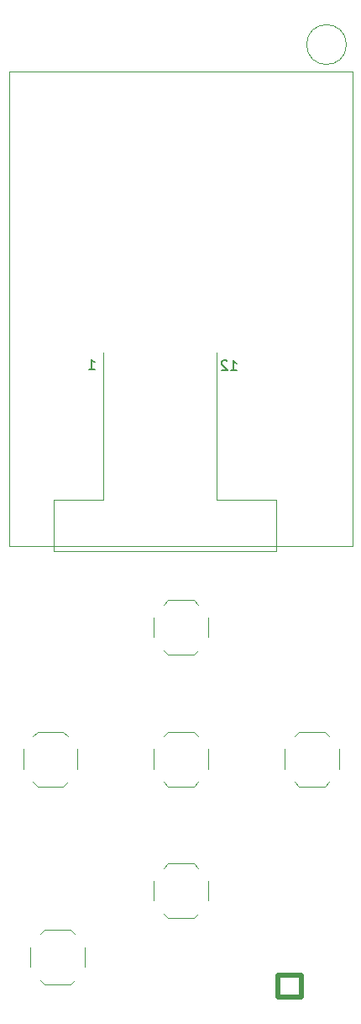
<source format=gbr>
%TF.GenerationSoftware,KiCad,Pcbnew,7.0.2-0*%
%TF.CreationDate,2023-08-13T19:48:24+08:00*%
%TF.ProjectId,Music_32_V2,4d757369-635f-4333-925f-56322e6b6963,rev?*%
%TF.SameCoordinates,Original*%
%TF.FileFunction,Legend,Bot*%
%TF.FilePolarity,Positive*%
%FSLAX46Y46*%
G04 Gerber Fmt 4.6, Leading zero omitted, Abs format (unit mm)*
G04 Created by KiCad (PCBNEW 7.0.2-0) date 2023-08-13 19:48:24*
%MOMM*%
%LPD*%
G01*
G04 APERTURE LIST*
%ADD10C,0.500000*%
%ADD11C,0.150000*%
%ADD12C,0.120000*%
%ADD13C,0.100000*%
G04 APERTURE END LIST*
D10*
X163200000Y-156250000D02*
X165600000Y-156250000D01*
X165600000Y-158450000D01*
X163200000Y-158450000D01*
X163200000Y-156250000D01*
D11*
%TO.C,U8*%
X158458095Y-95377619D02*
X159029523Y-95377619D01*
X158743809Y-95377619D02*
X158743809Y-94377619D01*
X158743809Y-94377619D02*
X158839047Y-94520476D01*
X158839047Y-94520476D02*
X158934285Y-94615714D01*
X158934285Y-94615714D02*
X159029523Y-94663333D01*
X158077142Y-94472857D02*
X158029523Y-94425238D01*
X158029523Y-94425238D02*
X157934285Y-94377619D01*
X157934285Y-94377619D02*
X157696190Y-94377619D01*
X157696190Y-94377619D02*
X157600952Y-94425238D01*
X157600952Y-94425238D02*
X157553333Y-94472857D01*
X157553333Y-94472857D02*
X157505714Y-94568095D01*
X157505714Y-94568095D02*
X157505714Y-94663333D01*
X157505714Y-94663333D02*
X157553333Y-94806190D01*
X157553333Y-94806190D02*
X158124761Y-95377619D01*
X158124761Y-95377619D02*
X157505714Y-95377619D01*
X144158095Y-95277619D02*
X144729523Y-95277619D01*
X144443809Y-95277619D02*
X144443809Y-94277619D01*
X144443809Y-94277619D02*
X144539047Y-94420476D01*
X144539047Y-94420476D02*
X144634285Y-94515714D01*
X144634285Y-94515714D02*
X144729523Y-94563333D01*
D12*
%TO.C,SW3*%
X143020000Y-133500000D02*
X143020000Y-135500000D01*
X142020000Y-136800000D02*
X141570000Y-137250000D01*
X142020000Y-132200000D02*
X141570000Y-131750000D01*
X141570000Y-137250000D02*
X138970000Y-137250000D01*
X141570000Y-131750000D02*
X138970000Y-131750000D01*
X138520000Y-136800000D02*
X138970000Y-137250000D01*
X138520000Y-132200000D02*
X138970000Y-131750000D01*
X137520000Y-133500000D02*
X137520000Y-135500000D01*
%TO.C,SW5*%
X156170000Y-146750000D02*
X156170000Y-148750000D01*
X155170000Y-150050000D02*
X154720000Y-150500000D01*
X155170000Y-145450000D02*
X154720000Y-145000000D01*
X154720000Y-150500000D02*
X152120000Y-150500000D01*
X154720000Y-145000000D02*
X152120000Y-145000000D01*
X151670000Y-150050000D02*
X152120000Y-150500000D01*
X151670000Y-145450000D02*
X152120000Y-145000000D01*
X150670000Y-146750000D02*
X150670000Y-148750000D01*
%TO.C,SW4*%
X169420000Y-133500000D02*
X169420000Y-135500000D01*
X168420000Y-136800000D02*
X167970000Y-137250000D01*
X168420000Y-132200000D02*
X167970000Y-131750000D01*
X167970000Y-137250000D02*
X165370000Y-137250000D01*
X167970000Y-131750000D02*
X165370000Y-131750000D01*
X164920000Y-136800000D02*
X165370000Y-137250000D01*
X164920000Y-132200000D02*
X165370000Y-131750000D01*
X163920000Y-133500000D02*
X163920000Y-135500000D01*
%TO.C,SW1*%
X156170000Y-133500000D02*
X156170000Y-135500000D01*
X155170000Y-136800000D02*
X154720000Y-137250000D01*
X155170000Y-132200000D02*
X154720000Y-131750000D01*
X154720000Y-137250000D02*
X152120000Y-137250000D01*
X154720000Y-131750000D02*
X152120000Y-131750000D01*
X151670000Y-136800000D02*
X152120000Y-137250000D01*
X151670000Y-132200000D02*
X152120000Y-131750000D01*
X150670000Y-133500000D02*
X150670000Y-135500000D01*
%TO.C,U8*%
X163020000Y-113600000D02*
X140620000Y-113600000D01*
X163020000Y-113100000D02*
X163020000Y-113600000D01*
X163020000Y-108400000D02*
X163020000Y-113100000D01*
X157020000Y-108400000D02*
X163020000Y-108400000D01*
X157020000Y-104100000D02*
X157020000Y-108400000D01*
X157020000Y-104100000D02*
X157020000Y-93600000D01*
X145620000Y-108400000D02*
X140620000Y-108400000D01*
X145620000Y-104100000D02*
X145620000Y-108400000D01*
X145620000Y-104100000D02*
X145620000Y-93600000D01*
X140620000Y-113600000D02*
X140620000Y-113100000D01*
X140620000Y-108400000D02*
X140620000Y-113100000D01*
X170720000Y-65300000D02*
X136120000Y-65300000D01*
X136120000Y-65300000D02*
X136120000Y-113100000D01*
X136120000Y-113100000D02*
X170720000Y-113100000D01*
X170720000Y-113100000D02*
X170720000Y-65300000D01*
%TO.C,SW2*%
X156170000Y-120250000D02*
X156170000Y-122250000D01*
X155170000Y-123550000D02*
X154720000Y-124000000D01*
X155170000Y-118950000D02*
X154720000Y-118500000D01*
X154720000Y-124000000D02*
X152120000Y-124000000D01*
X154720000Y-118500000D02*
X152120000Y-118500000D01*
X151670000Y-123550000D02*
X152120000Y-124000000D01*
X151670000Y-118950000D02*
X152120000Y-118500000D01*
X150670000Y-120250000D02*
X150670000Y-122250000D01*
%TO.C,SW6*%
X143736762Y-153430000D02*
X143736762Y-155430000D01*
X142736762Y-156730000D02*
X142286762Y-157180000D01*
X142736762Y-152130000D02*
X142286762Y-151680000D01*
X142286762Y-157180000D02*
X139686762Y-157180000D01*
X142286762Y-151680000D02*
X139686762Y-151680000D01*
X139236762Y-156730000D02*
X139686762Y-157180000D01*
X139236762Y-152130000D02*
X139686762Y-151680000D01*
X138236762Y-153430000D02*
X138236762Y-155430000D01*
D13*
%TO.C,D5*%
X164950000Y-156230001D02*
G75*
G03*
X164950000Y-156230001I-50000J0D01*
G01*
D12*
%TO.C,MK1*%
X170120000Y-62600000D02*
G75*
G03*
X170120000Y-62600000I-2000000J0D01*
G01*
D13*
%TO.C,D4*%
X163950000Y-156245000D02*
G75*
G03*
X163950000Y-156245000I-50000J0D01*
G01*
%TD*%
M02*

</source>
